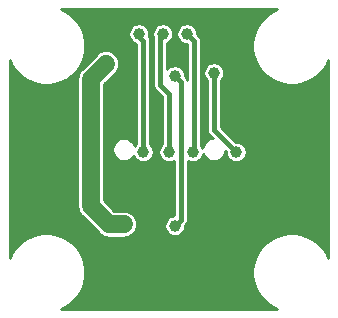
<source format=gbr>
G04 #@! TF.GenerationSoftware,KiCad,Pcbnew,5.1.0-rc2-unknown-036be7d~80~ubuntu16.04.1*
G04 #@! TF.CreationDate,2023-05-22T11:40:45+03:00*
G04 #@! TF.ProjectId,UEXT-PQ_Rev_A,55455854-2d50-4515-9f52-65765f412e6b,A*
G04 #@! TF.SameCoordinates,Original*
G04 #@! TF.FileFunction,Copper,L2,Bot*
G04 #@! TF.FilePolarity,Positive*
%FSLAX46Y46*%
G04 Gerber Fmt 4.6, Leading zero omitted, Abs format (unit mm)*
G04 Created by KiCad (PCBNEW 5.1.0-rc2-unknown-036be7d~80~ubuntu16.04.1) date 2023-05-22 11:40:45*
%MOMM*%
%LPD*%
G04 APERTURE LIST*
%ADD10C,1.000000*%
%ADD11C,0.406400*%
%ADD12C,1.524000*%
%ADD13C,0.254000*%
G04 APERTURE END LIST*
D10*
X84836000Y-138811000D03*
X84455000Y-128778000D03*
X86995000Y-138811000D03*
X86487000Y-128778000D03*
X87503000Y-145034000D03*
X87503000Y-132334000D03*
X89027000Y-138811000D03*
X88519000Y-128778000D03*
X92710000Y-138811000D03*
X90805000Y-132080000D03*
X77978000Y-137033000D03*
X82423000Y-148590000D03*
X91694000Y-148590000D03*
X87122000Y-151384000D03*
X94107000Y-151257000D03*
X79756000Y-151257000D03*
X99441000Y-143764000D03*
X99949000Y-135890000D03*
X96393000Y-138938000D03*
X74422000Y-143764000D03*
X74549000Y-134747000D03*
X77978000Y-139446000D03*
X79629000Y-127254000D03*
X94361000Y-127254000D03*
X87503000Y-127381000D03*
X81915000Y-144907000D03*
X83185000Y-144907000D03*
X81661000Y-131318000D03*
X80391000Y-132588000D03*
D11*
X84455000Y-129032000D02*
X84455000Y-128778000D01*
X84836000Y-129413000D02*
X84455000Y-129032000D01*
X84836000Y-138811000D02*
X84836000Y-129413000D01*
X86233000Y-129032000D02*
X86487000Y-128778000D01*
X86233000Y-133096000D02*
X86233000Y-129032000D01*
X86995000Y-133858000D02*
X86233000Y-133096000D01*
X86995000Y-138811000D02*
X86995000Y-133858000D01*
X88011000Y-144526000D02*
X87503000Y-145034000D01*
X88011000Y-132842000D02*
X88011000Y-144526000D01*
X87503000Y-132334000D02*
X88011000Y-132842000D01*
X89154000Y-129413000D02*
X88519000Y-128778000D01*
X89154000Y-138684000D02*
X89154000Y-129413000D01*
X89027000Y-138811000D02*
X89154000Y-138684000D01*
X90805000Y-136906000D02*
X92710000Y-138811000D01*
X90805000Y-132080000D02*
X90805000Y-136906000D01*
D12*
X80391000Y-132588000D02*
X81661000Y-131318000D01*
X81915000Y-144907000D02*
X83185000Y-144907000D01*
X80391000Y-143383000D02*
X81915000Y-144907000D01*
X80391000Y-132588000D02*
X80391000Y-143383000D01*
D13*
G36*
X95824075Y-126851651D02*
G01*
X95279161Y-127215750D01*
X94815750Y-127679161D01*
X94451651Y-128224075D01*
X94200855Y-128829550D01*
X94073000Y-129472319D01*
X94073000Y-130127681D01*
X94200855Y-130770450D01*
X94451651Y-131375925D01*
X94815750Y-131920839D01*
X95279161Y-132384250D01*
X95824075Y-132748349D01*
X96429550Y-132999145D01*
X97072319Y-133127000D01*
X97727681Y-133127000D01*
X98370450Y-132999145D01*
X98975925Y-132748349D01*
X99520839Y-132384250D01*
X99984250Y-131920839D01*
X100348349Y-131375925D01*
X100492001Y-131029119D01*
X100492000Y-147770879D01*
X100348349Y-147424075D01*
X99984250Y-146879161D01*
X99520839Y-146415750D01*
X98975925Y-146051651D01*
X98370450Y-145800855D01*
X97727681Y-145673000D01*
X97072319Y-145673000D01*
X96429550Y-145800855D01*
X95824075Y-146051651D01*
X95279161Y-146415750D01*
X94815750Y-146879161D01*
X94451651Y-147424075D01*
X94200855Y-148029550D01*
X94073000Y-148672319D01*
X94073000Y-149327681D01*
X94200855Y-149970450D01*
X94451651Y-150575925D01*
X94815750Y-151120839D01*
X95279161Y-151584250D01*
X95824075Y-151948349D01*
X96170879Y-152092000D01*
X77829121Y-152092000D01*
X78175925Y-151948349D01*
X78720839Y-151584250D01*
X79184250Y-151120839D01*
X79548349Y-150575925D01*
X79799145Y-149970450D01*
X79927000Y-149327681D01*
X79927000Y-148672319D01*
X79799145Y-148029550D01*
X79548349Y-147424075D01*
X79184250Y-146879161D01*
X78720839Y-146415750D01*
X78175925Y-146051651D01*
X77570450Y-145800855D01*
X76927681Y-145673000D01*
X76272319Y-145673000D01*
X75629550Y-145800855D01*
X75024075Y-146051651D01*
X74479161Y-146415750D01*
X74015750Y-146879161D01*
X73651651Y-147424075D01*
X73508000Y-147770879D01*
X73508000Y-131029121D01*
X73651651Y-131375925D01*
X74015750Y-131920839D01*
X74479161Y-132384250D01*
X75024075Y-132748349D01*
X75629550Y-132999145D01*
X76272319Y-133127000D01*
X76927681Y-133127000D01*
X77570450Y-132999145D01*
X78175925Y-132748349D01*
X78415904Y-132588000D01*
X79242471Y-132588000D01*
X79248000Y-132644139D01*
X79248001Y-143326851D01*
X79242471Y-143383000D01*
X79264539Y-143607067D01*
X79312145Y-143764000D01*
X79329898Y-143822523D01*
X79436033Y-144021089D01*
X79578868Y-144195133D01*
X79622478Y-144230923D01*
X81067077Y-145675523D01*
X81102867Y-145719133D01*
X81276911Y-145861968D01*
X81475477Y-145968103D01*
X81625574Y-146013635D01*
X81690932Y-146033461D01*
X81713600Y-146035694D01*
X81858854Y-146050000D01*
X81858860Y-146050000D01*
X81914999Y-146055529D01*
X81971138Y-146050000D01*
X83241146Y-146050000D01*
X83409067Y-146033461D01*
X83624523Y-145968103D01*
X83823089Y-145861968D01*
X83997133Y-145719133D01*
X84139968Y-145545089D01*
X84246103Y-145346523D01*
X84311461Y-145131067D01*
X84333530Y-144907000D01*
X84311461Y-144682933D01*
X84246103Y-144467477D01*
X84139968Y-144268911D01*
X83997133Y-144094867D01*
X83823089Y-143952032D01*
X83624523Y-143845897D01*
X83409067Y-143780539D01*
X83241146Y-143764000D01*
X82388446Y-143764000D01*
X81534000Y-142909555D01*
X81534000Y-138503380D01*
X82209000Y-138503380D01*
X82209000Y-138696620D01*
X82246699Y-138886147D01*
X82320649Y-139064678D01*
X82428007Y-139225351D01*
X82564649Y-139361993D01*
X82725322Y-139469351D01*
X82903853Y-139543301D01*
X83093380Y-139581000D01*
X83286620Y-139581000D01*
X83476147Y-139543301D01*
X83654678Y-139469351D01*
X83815351Y-139361993D01*
X83951993Y-139225351D01*
X84014990Y-139131070D01*
X84055268Y-139228310D01*
X84151682Y-139372605D01*
X84274395Y-139495318D01*
X84418690Y-139591732D01*
X84579022Y-139658144D01*
X84749229Y-139692000D01*
X84922771Y-139692000D01*
X85092978Y-139658144D01*
X85253310Y-139591732D01*
X85397605Y-139495318D01*
X85520318Y-139372605D01*
X85616732Y-139228310D01*
X85683144Y-139067978D01*
X85717000Y-138897771D01*
X85717000Y-138724229D01*
X85683144Y-138554022D01*
X85616732Y-138393690D01*
X85520318Y-138249395D01*
X85420200Y-138149277D01*
X85420200Y-129441681D01*
X85423025Y-129412999D01*
X85420200Y-129384317D01*
X85420200Y-129384308D01*
X85411746Y-129298477D01*
X85378341Y-129188355D01*
X85324094Y-129086866D01*
X85295223Y-129051687D01*
X85302144Y-129034978D01*
X85336000Y-128864771D01*
X85336000Y-128691229D01*
X85606000Y-128691229D01*
X85606000Y-128864771D01*
X85639856Y-129034978D01*
X85648269Y-129055288D01*
X85648801Y-129060691D01*
X85648800Y-133067316D01*
X85645975Y-133096000D01*
X85648800Y-133124684D01*
X85648800Y-133124691D01*
X85656190Y-133199717D01*
X85657254Y-133210523D01*
X85689147Y-133315659D01*
X85690659Y-133320644D01*
X85744906Y-133422133D01*
X85817910Y-133511090D01*
X85840199Y-133529382D01*
X86410801Y-134099985D01*
X86410800Y-138149277D01*
X86310682Y-138249395D01*
X86214268Y-138393690D01*
X86147856Y-138554022D01*
X86114000Y-138724229D01*
X86114000Y-138897771D01*
X86147856Y-139067978D01*
X86214268Y-139228310D01*
X86310682Y-139372605D01*
X86433395Y-139495318D01*
X86577690Y-139591732D01*
X86738022Y-139658144D01*
X86908229Y-139692000D01*
X87081771Y-139692000D01*
X87251978Y-139658144D01*
X87412310Y-139591732D01*
X87426801Y-139582050D01*
X87426801Y-144153000D01*
X87416229Y-144153000D01*
X87246022Y-144186856D01*
X87085690Y-144253268D01*
X86941395Y-144349682D01*
X86818682Y-144472395D01*
X86722268Y-144616690D01*
X86655856Y-144777022D01*
X86622000Y-144947229D01*
X86622000Y-145120771D01*
X86655856Y-145290978D01*
X86722268Y-145451310D01*
X86818682Y-145595605D01*
X86941395Y-145718318D01*
X87085690Y-145814732D01*
X87246022Y-145881144D01*
X87416229Y-145915000D01*
X87589771Y-145915000D01*
X87759978Y-145881144D01*
X87920310Y-145814732D01*
X88064605Y-145718318D01*
X88187318Y-145595605D01*
X88283732Y-145451310D01*
X88350144Y-145290978D01*
X88384000Y-145120771D01*
X88384000Y-144979183D01*
X88403801Y-144959382D01*
X88426090Y-144941090D01*
X88499094Y-144852134D01*
X88553341Y-144750645D01*
X88586746Y-144640523D01*
X88595200Y-144554692D01*
X88595200Y-144554683D01*
X88598025Y-144526001D01*
X88595200Y-144497319D01*
X88595200Y-139582050D01*
X88609690Y-139591732D01*
X88770022Y-139658144D01*
X88940229Y-139692000D01*
X89113771Y-139692000D01*
X89283978Y-139658144D01*
X89444310Y-139591732D01*
X89588605Y-139495318D01*
X89711318Y-139372605D01*
X89807732Y-139228310D01*
X89874144Y-139067978D01*
X89896163Y-138957280D01*
X89940649Y-139064678D01*
X90048007Y-139225351D01*
X90184649Y-139361993D01*
X90345322Y-139469351D01*
X90523853Y-139543301D01*
X90713380Y-139581000D01*
X90906620Y-139581000D01*
X91096147Y-139543301D01*
X91274678Y-139469351D01*
X91435351Y-139361993D01*
X91571993Y-139225351D01*
X91679351Y-139064678D01*
X91753301Y-138886147D01*
X91787422Y-138714606D01*
X91829000Y-138756184D01*
X91829000Y-138897771D01*
X91862856Y-139067978D01*
X91929268Y-139228310D01*
X92025682Y-139372605D01*
X92148395Y-139495318D01*
X92292690Y-139591732D01*
X92453022Y-139658144D01*
X92623229Y-139692000D01*
X92796771Y-139692000D01*
X92966978Y-139658144D01*
X93127310Y-139591732D01*
X93271605Y-139495318D01*
X93394318Y-139372605D01*
X93490732Y-139228310D01*
X93557144Y-139067978D01*
X93591000Y-138897771D01*
X93591000Y-138724229D01*
X93557144Y-138554022D01*
X93490732Y-138393690D01*
X93394318Y-138249395D01*
X93271605Y-138126682D01*
X93127310Y-138030268D01*
X92966978Y-137963856D01*
X92796771Y-137930000D01*
X92655184Y-137930000D01*
X91389200Y-136664017D01*
X91389200Y-132741723D01*
X91489318Y-132641605D01*
X91585732Y-132497310D01*
X91652144Y-132336978D01*
X91686000Y-132166771D01*
X91686000Y-131993229D01*
X91652144Y-131823022D01*
X91585732Y-131662690D01*
X91489318Y-131518395D01*
X91366605Y-131395682D01*
X91222310Y-131299268D01*
X91061978Y-131232856D01*
X90891771Y-131199000D01*
X90718229Y-131199000D01*
X90548022Y-131232856D01*
X90387690Y-131299268D01*
X90243395Y-131395682D01*
X90120682Y-131518395D01*
X90024268Y-131662690D01*
X89957856Y-131823022D01*
X89924000Y-131993229D01*
X89924000Y-132166771D01*
X89957856Y-132336978D01*
X90024268Y-132497310D01*
X90120682Y-132641605D01*
X90220800Y-132741723D01*
X90220801Y-136877306D01*
X90217975Y-136906000D01*
X90229254Y-137020523D01*
X90262659Y-137130644D01*
X90262660Y-137130645D01*
X90316907Y-137232134D01*
X90348345Y-137270442D01*
X90371620Y-137298803D01*
X90371623Y-137298806D01*
X90389911Y-137321090D01*
X90412194Y-137339378D01*
X90695394Y-137622578D01*
X90523853Y-137656699D01*
X90345322Y-137730649D01*
X90184649Y-137838007D01*
X90048007Y-137974649D01*
X89940649Y-138135322D01*
X89866699Y-138313853D01*
X89836840Y-138463964D01*
X89807732Y-138393690D01*
X89738200Y-138289627D01*
X89738200Y-129441692D01*
X89741026Y-129413000D01*
X89729746Y-129298477D01*
X89696341Y-129188355D01*
X89642094Y-129086866D01*
X89587380Y-129020196D01*
X89587378Y-129020194D01*
X89569090Y-128997910D01*
X89546806Y-128979622D01*
X89400000Y-128832816D01*
X89400000Y-128691229D01*
X89366144Y-128521022D01*
X89299732Y-128360690D01*
X89203318Y-128216395D01*
X89080605Y-128093682D01*
X88936310Y-127997268D01*
X88775978Y-127930856D01*
X88605771Y-127897000D01*
X88432229Y-127897000D01*
X88262022Y-127930856D01*
X88101690Y-127997268D01*
X87957395Y-128093682D01*
X87834682Y-128216395D01*
X87738268Y-128360690D01*
X87671856Y-128521022D01*
X87638000Y-128691229D01*
X87638000Y-128864771D01*
X87671856Y-129034978D01*
X87738268Y-129195310D01*
X87834682Y-129339605D01*
X87957395Y-129462318D01*
X88101690Y-129558732D01*
X88262022Y-129625144D01*
X88432229Y-129659000D01*
X88569801Y-129659000D01*
X88569801Y-132671615D01*
X88553341Y-132617355D01*
X88499094Y-132515866D01*
X88426090Y-132426910D01*
X88403802Y-132408619D01*
X88384000Y-132388817D01*
X88384000Y-132247229D01*
X88350144Y-132077022D01*
X88283732Y-131916690D01*
X88187318Y-131772395D01*
X88064605Y-131649682D01*
X87920310Y-131553268D01*
X87759978Y-131486856D01*
X87589771Y-131453000D01*
X87416229Y-131453000D01*
X87246022Y-131486856D01*
X87085690Y-131553268D01*
X86941395Y-131649682D01*
X86818682Y-131772395D01*
X86817200Y-131774613D01*
X86817200Y-129594814D01*
X86904310Y-129558732D01*
X87048605Y-129462318D01*
X87171318Y-129339605D01*
X87267732Y-129195310D01*
X87334144Y-129034978D01*
X87368000Y-128864771D01*
X87368000Y-128691229D01*
X87334144Y-128521022D01*
X87267732Y-128360690D01*
X87171318Y-128216395D01*
X87048605Y-128093682D01*
X86904310Y-127997268D01*
X86743978Y-127930856D01*
X86573771Y-127897000D01*
X86400229Y-127897000D01*
X86230022Y-127930856D01*
X86069690Y-127997268D01*
X85925395Y-128093682D01*
X85802682Y-128216395D01*
X85706268Y-128360690D01*
X85639856Y-128521022D01*
X85606000Y-128691229D01*
X85336000Y-128691229D01*
X85302144Y-128521022D01*
X85235732Y-128360690D01*
X85139318Y-128216395D01*
X85016605Y-128093682D01*
X84872310Y-127997268D01*
X84711978Y-127930856D01*
X84541771Y-127897000D01*
X84368229Y-127897000D01*
X84198022Y-127930856D01*
X84037690Y-127997268D01*
X83893395Y-128093682D01*
X83770682Y-128216395D01*
X83674268Y-128360690D01*
X83607856Y-128521022D01*
X83574000Y-128691229D01*
X83574000Y-128864771D01*
X83607856Y-129034978D01*
X83674268Y-129195310D01*
X83770682Y-129339605D01*
X83893395Y-129462318D01*
X84037690Y-129558732D01*
X84198022Y-129625144D01*
X84227906Y-129631088D01*
X84251801Y-129654983D01*
X84251800Y-138149277D01*
X84151682Y-138249395D01*
X84123853Y-138291044D01*
X84059351Y-138135322D01*
X83951993Y-137974649D01*
X83815351Y-137838007D01*
X83654678Y-137730649D01*
X83476147Y-137656699D01*
X83286620Y-137619000D01*
X83093380Y-137619000D01*
X82903853Y-137656699D01*
X82725322Y-137730649D01*
X82564649Y-137838007D01*
X82428007Y-137974649D01*
X82320649Y-138135322D01*
X82246699Y-138313853D01*
X82209000Y-138503380D01*
X81534000Y-138503380D01*
X81534000Y-133061445D01*
X82508924Y-132086522D01*
X82615967Y-131956090D01*
X82722102Y-131757524D01*
X82787461Y-131542068D01*
X82809529Y-131318001D01*
X82787461Y-131093933D01*
X82722102Y-130878477D01*
X82615967Y-130679912D01*
X82473133Y-130505867D01*
X82299088Y-130363033D01*
X82100523Y-130256898D01*
X81885067Y-130191539D01*
X81660999Y-130169471D01*
X81436932Y-130191539D01*
X81221476Y-130256898D01*
X81022910Y-130363033D01*
X80892478Y-130470076D01*
X79622482Y-131740073D01*
X79578867Y-131775867D01*
X79436032Y-131949912D01*
X79329897Y-132148478D01*
X79264539Y-132363934D01*
X79248000Y-132531855D01*
X79248000Y-132531861D01*
X79242471Y-132588000D01*
X78415904Y-132588000D01*
X78720839Y-132384250D01*
X79184250Y-131920839D01*
X79548349Y-131375925D01*
X79799145Y-130770450D01*
X79927000Y-130127681D01*
X79927000Y-129472319D01*
X79799145Y-128829550D01*
X79548349Y-128224075D01*
X79184250Y-127679161D01*
X78720839Y-127215750D01*
X78175925Y-126851651D01*
X77829121Y-126708000D01*
X96170879Y-126708000D01*
X95824075Y-126851651D01*
X95824075Y-126851651D01*
G37*
X95824075Y-126851651D02*
X95279161Y-127215750D01*
X94815750Y-127679161D01*
X94451651Y-128224075D01*
X94200855Y-128829550D01*
X94073000Y-129472319D01*
X94073000Y-130127681D01*
X94200855Y-130770450D01*
X94451651Y-131375925D01*
X94815750Y-131920839D01*
X95279161Y-132384250D01*
X95824075Y-132748349D01*
X96429550Y-132999145D01*
X97072319Y-133127000D01*
X97727681Y-133127000D01*
X98370450Y-132999145D01*
X98975925Y-132748349D01*
X99520839Y-132384250D01*
X99984250Y-131920839D01*
X100348349Y-131375925D01*
X100492001Y-131029119D01*
X100492000Y-147770879D01*
X100348349Y-147424075D01*
X99984250Y-146879161D01*
X99520839Y-146415750D01*
X98975925Y-146051651D01*
X98370450Y-145800855D01*
X97727681Y-145673000D01*
X97072319Y-145673000D01*
X96429550Y-145800855D01*
X95824075Y-146051651D01*
X95279161Y-146415750D01*
X94815750Y-146879161D01*
X94451651Y-147424075D01*
X94200855Y-148029550D01*
X94073000Y-148672319D01*
X94073000Y-149327681D01*
X94200855Y-149970450D01*
X94451651Y-150575925D01*
X94815750Y-151120839D01*
X95279161Y-151584250D01*
X95824075Y-151948349D01*
X96170879Y-152092000D01*
X77829121Y-152092000D01*
X78175925Y-151948349D01*
X78720839Y-151584250D01*
X79184250Y-151120839D01*
X79548349Y-150575925D01*
X79799145Y-149970450D01*
X79927000Y-149327681D01*
X79927000Y-148672319D01*
X79799145Y-148029550D01*
X79548349Y-147424075D01*
X79184250Y-146879161D01*
X78720839Y-146415750D01*
X78175925Y-146051651D01*
X77570450Y-145800855D01*
X76927681Y-145673000D01*
X76272319Y-145673000D01*
X75629550Y-145800855D01*
X75024075Y-146051651D01*
X74479161Y-146415750D01*
X74015750Y-146879161D01*
X73651651Y-147424075D01*
X73508000Y-147770879D01*
X73508000Y-131029121D01*
X73651651Y-131375925D01*
X74015750Y-131920839D01*
X74479161Y-132384250D01*
X75024075Y-132748349D01*
X75629550Y-132999145D01*
X76272319Y-133127000D01*
X76927681Y-133127000D01*
X77570450Y-132999145D01*
X78175925Y-132748349D01*
X78415904Y-132588000D01*
X79242471Y-132588000D01*
X79248000Y-132644139D01*
X79248001Y-143326851D01*
X79242471Y-143383000D01*
X79264539Y-143607067D01*
X79312145Y-143764000D01*
X79329898Y-143822523D01*
X79436033Y-144021089D01*
X79578868Y-144195133D01*
X79622478Y-144230923D01*
X81067077Y-145675523D01*
X81102867Y-145719133D01*
X81276911Y-145861968D01*
X81475477Y-145968103D01*
X81625574Y-146013635D01*
X81690932Y-146033461D01*
X81713600Y-146035694D01*
X81858854Y-146050000D01*
X81858860Y-146050000D01*
X81914999Y-146055529D01*
X81971138Y-146050000D01*
X83241146Y-146050000D01*
X83409067Y-146033461D01*
X83624523Y-145968103D01*
X83823089Y-145861968D01*
X83997133Y-145719133D01*
X84139968Y-145545089D01*
X84246103Y-145346523D01*
X84311461Y-145131067D01*
X84333530Y-144907000D01*
X84311461Y-144682933D01*
X84246103Y-144467477D01*
X84139968Y-144268911D01*
X83997133Y-144094867D01*
X83823089Y-143952032D01*
X83624523Y-143845897D01*
X83409067Y-143780539D01*
X83241146Y-143764000D01*
X82388446Y-143764000D01*
X81534000Y-142909555D01*
X81534000Y-138503380D01*
X82209000Y-138503380D01*
X82209000Y-138696620D01*
X82246699Y-138886147D01*
X82320649Y-139064678D01*
X82428007Y-139225351D01*
X82564649Y-139361993D01*
X82725322Y-139469351D01*
X82903853Y-139543301D01*
X83093380Y-139581000D01*
X83286620Y-139581000D01*
X83476147Y-139543301D01*
X83654678Y-139469351D01*
X83815351Y-139361993D01*
X83951993Y-139225351D01*
X84014990Y-139131070D01*
X84055268Y-139228310D01*
X84151682Y-139372605D01*
X84274395Y-139495318D01*
X84418690Y-139591732D01*
X84579022Y-139658144D01*
X84749229Y-139692000D01*
X84922771Y-139692000D01*
X85092978Y-139658144D01*
X85253310Y-139591732D01*
X85397605Y-139495318D01*
X85520318Y-139372605D01*
X85616732Y-139228310D01*
X85683144Y-139067978D01*
X85717000Y-138897771D01*
X85717000Y-138724229D01*
X85683144Y-138554022D01*
X85616732Y-138393690D01*
X85520318Y-138249395D01*
X85420200Y-138149277D01*
X85420200Y-129441681D01*
X85423025Y-129412999D01*
X85420200Y-129384317D01*
X85420200Y-129384308D01*
X85411746Y-129298477D01*
X85378341Y-129188355D01*
X85324094Y-129086866D01*
X85295223Y-129051687D01*
X85302144Y-129034978D01*
X85336000Y-128864771D01*
X85336000Y-128691229D01*
X85606000Y-128691229D01*
X85606000Y-128864771D01*
X85639856Y-129034978D01*
X85648269Y-129055288D01*
X85648801Y-129060691D01*
X85648800Y-133067316D01*
X85645975Y-133096000D01*
X85648800Y-133124684D01*
X85648800Y-133124691D01*
X85656190Y-133199717D01*
X85657254Y-133210523D01*
X85689147Y-133315659D01*
X85690659Y-133320644D01*
X85744906Y-133422133D01*
X85817910Y-133511090D01*
X85840199Y-133529382D01*
X86410801Y-134099985D01*
X86410800Y-138149277D01*
X86310682Y-138249395D01*
X86214268Y-138393690D01*
X86147856Y-138554022D01*
X86114000Y-138724229D01*
X86114000Y-138897771D01*
X86147856Y-139067978D01*
X86214268Y-139228310D01*
X86310682Y-139372605D01*
X86433395Y-139495318D01*
X86577690Y-139591732D01*
X86738022Y-139658144D01*
X86908229Y-139692000D01*
X87081771Y-139692000D01*
X87251978Y-139658144D01*
X87412310Y-139591732D01*
X87426801Y-139582050D01*
X87426801Y-144153000D01*
X87416229Y-144153000D01*
X87246022Y-144186856D01*
X87085690Y-144253268D01*
X86941395Y-144349682D01*
X86818682Y-144472395D01*
X86722268Y-144616690D01*
X86655856Y-144777022D01*
X86622000Y-144947229D01*
X86622000Y-145120771D01*
X86655856Y-145290978D01*
X86722268Y-145451310D01*
X86818682Y-145595605D01*
X86941395Y-145718318D01*
X87085690Y-145814732D01*
X87246022Y-145881144D01*
X87416229Y-145915000D01*
X87589771Y-145915000D01*
X87759978Y-145881144D01*
X87920310Y-145814732D01*
X88064605Y-145718318D01*
X88187318Y-145595605D01*
X88283732Y-145451310D01*
X88350144Y-145290978D01*
X88384000Y-145120771D01*
X88384000Y-144979183D01*
X88403801Y-144959382D01*
X88426090Y-144941090D01*
X88499094Y-144852134D01*
X88553341Y-144750645D01*
X88586746Y-144640523D01*
X88595200Y-144554692D01*
X88595200Y-144554683D01*
X88598025Y-144526001D01*
X88595200Y-144497319D01*
X88595200Y-139582050D01*
X88609690Y-139591732D01*
X88770022Y-139658144D01*
X88940229Y-139692000D01*
X89113771Y-139692000D01*
X89283978Y-139658144D01*
X89444310Y-139591732D01*
X89588605Y-139495318D01*
X89711318Y-139372605D01*
X89807732Y-139228310D01*
X89874144Y-139067978D01*
X89896163Y-138957280D01*
X89940649Y-139064678D01*
X90048007Y-139225351D01*
X90184649Y-139361993D01*
X90345322Y-139469351D01*
X90523853Y-139543301D01*
X90713380Y-139581000D01*
X90906620Y-139581000D01*
X91096147Y-139543301D01*
X91274678Y-139469351D01*
X91435351Y-139361993D01*
X91571993Y-139225351D01*
X91679351Y-139064678D01*
X91753301Y-138886147D01*
X91787422Y-138714606D01*
X91829000Y-138756184D01*
X91829000Y-138897771D01*
X91862856Y-139067978D01*
X91929268Y-139228310D01*
X92025682Y-139372605D01*
X92148395Y-139495318D01*
X92292690Y-139591732D01*
X92453022Y-139658144D01*
X92623229Y-139692000D01*
X92796771Y-139692000D01*
X92966978Y-139658144D01*
X93127310Y-139591732D01*
X93271605Y-139495318D01*
X93394318Y-139372605D01*
X93490732Y-139228310D01*
X93557144Y-139067978D01*
X93591000Y-138897771D01*
X93591000Y-138724229D01*
X93557144Y-138554022D01*
X93490732Y-138393690D01*
X93394318Y-138249395D01*
X93271605Y-138126682D01*
X93127310Y-138030268D01*
X92966978Y-137963856D01*
X92796771Y-137930000D01*
X92655184Y-137930000D01*
X91389200Y-136664017D01*
X91389200Y-132741723D01*
X91489318Y-132641605D01*
X91585732Y-132497310D01*
X91652144Y-132336978D01*
X91686000Y-132166771D01*
X91686000Y-131993229D01*
X91652144Y-131823022D01*
X91585732Y-131662690D01*
X91489318Y-131518395D01*
X91366605Y-131395682D01*
X91222310Y-131299268D01*
X91061978Y-131232856D01*
X90891771Y-131199000D01*
X90718229Y-131199000D01*
X90548022Y-131232856D01*
X90387690Y-131299268D01*
X90243395Y-131395682D01*
X90120682Y-131518395D01*
X90024268Y-131662690D01*
X89957856Y-131823022D01*
X89924000Y-131993229D01*
X89924000Y-132166771D01*
X89957856Y-132336978D01*
X90024268Y-132497310D01*
X90120682Y-132641605D01*
X90220800Y-132741723D01*
X90220801Y-136877306D01*
X90217975Y-136906000D01*
X90229254Y-137020523D01*
X90262659Y-137130644D01*
X90262660Y-137130645D01*
X90316907Y-137232134D01*
X90348345Y-137270442D01*
X90371620Y-137298803D01*
X90371623Y-137298806D01*
X90389911Y-137321090D01*
X90412194Y-137339378D01*
X90695394Y-137622578D01*
X90523853Y-137656699D01*
X90345322Y-137730649D01*
X90184649Y-137838007D01*
X90048007Y-137974649D01*
X89940649Y-138135322D01*
X89866699Y-138313853D01*
X89836840Y-138463964D01*
X89807732Y-138393690D01*
X89738200Y-138289627D01*
X89738200Y-129441692D01*
X89741026Y-129413000D01*
X89729746Y-129298477D01*
X89696341Y-129188355D01*
X89642094Y-129086866D01*
X89587380Y-129020196D01*
X89587378Y-129020194D01*
X89569090Y-128997910D01*
X89546806Y-128979622D01*
X89400000Y-128832816D01*
X89400000Y-128691229D01*
X89366144Y-128521022D01*
X89299732Y-128360690D01*
X89203318Y-128216395D01*
X89080605Y-128093682D01*
X88936310Y-127997268D01*
X88775978Y-127930856D01*
X88605771Y-127897000D01*
X88432229Y-127897000D01*
X88262022Y-127930856D01*
X88101690Y-127997268D01*
X87957395Y-128093682D01*
X87834682Y-128216395D01*
X87738268Y-128360690D01*
X87671856Y-128521022D01*
X87638000Y-128691229D01*
X87638000Y-128864771D01*
X87671856Y-129034978D01*
X87738268Y-129195310D01*
X87834682Y-129339605D01*
X87957395Y-129462318D01*
X88101690Y-129558732D01*
X88262022Y-129625144D01*
X88432229Y-129659000D01*
X88569801Y-129659000D01*
X88569801Y-132671615D01*
X88553341Y-132617355D01*
X88499094Y-132515866D01*
X88426090Y-132426910D01*
X88403802Y-132408619D01*
X88384000Y-132388817D01*
X88384000Y-132247229D01*
X88350144Y-132077022D01*
X88283732Y-131916690D01*
X88187318Y-131772395D01*
X88064605Y-131649682D01*
X87920310Y-131553268D01*
X87759978Y-131486856D01*
X87589771Y-131453000D01*
X87416229Y-131453000D01*
X87246022Y-131486856D01*
X87085690Y-131553268D01*
X86941395Y-131649682D01*
X86818682Y-131772395D01*
X86817200Y-131774613D01*
X86817200Y-129594814D01*
X86904310Y-129558732D01*
X87048605Y-129462318D01*
X87171318Y-129339605D01*
X87267732Y-129195310D01*
X87334144Y-129034978D01*
X87368000Y-128864771D01*
X87368000Y-128691229D01*
X87334144Y-128521022D01*
X87267732Y-128360690D01*
X87171318Y-128216395D01*
X87048605Y-128093682D01*
X86904310Y-127997268D01*
X86743978Y-127930856D01*
X86573771Y-127897000D01*
X86400229Y-127897000D01*
X86230022Y-127930856D01*
X86069690Y-127997268D01*
X85925395Y-128093682D01*
X85802682Y-128216395D01*
X85706268Y-128360690D01*
X85639856Y-128521022D01*
X85606000Y-128691229D01*
X85336000Y-128691229D01*
X85302144Y-128521022D01*
X85235732Y-128360690D01*
X85139318Y-128216395D01*
X85016605Y-128093682D01*
X84872310Y-127997268D01*
X84711978Y-127930856D01*
X84541771Y-127897000D01*
X84368229Y-127897000D01*
X84198022Y-127930856D01*
X84037690Y-127997268D01*
X83893395Y-128093682D01*
X83770682Y-128216395D01*
X83674268Y-128360690D01*
X83607856Y-128521022D01*
X83574000Y-128691229D01*
X83574000Y-128864771D01*
X83607856Y-129034978D01*
X83674268Y-129195310D01*
X83770682Y-129339605D01*
X83893395Y-129462318D01*
X84037690Y-129558732D01*
X84198022Y-129625144D01*
X84227906Y-129631088D01*
X84251801Y-129654983D01*
X84251800Y-138149277D01*
X84151682Y-138249395D01*
X84123853Y-138291044D01*
X84059351Y-138135322D01*
X83951993Y-137974649D01*
X83815351Y-137838007D01*
X83654678Y-137730649D01*
X83476147Y-137656699D01*
X83286620Y-137619000D01*
X83093380Y-137619000D01*
X82903853Y-137656699D01*
X82725322Y-137730649D01*
X82564649Y-137838007D01*
X82428007Y-137974649D01*
X82320649Y-138135322D01*
X82246699Y-138313853D01*
X82209000Y-138503380D01*
X81534000Y-138503380D01*
X81534000Y-133061445D01*
X82508924Y-132086522D01*
X82615967Y-131956090D01*
X82722102Y-131757524D01*
X82787461Y-131542068D01*
X82809529Y-131318001D01*
X82787461Y-131093933D01*
X82722102Y-130878477D01*
X82615967Y-130679912D01*
X82473133Y-130505867D01*
X82299088Y-130363033D01*
X82100523Y-130256898D01*
X81885067Y-130191539D01*
X81660999Y-130169471D01*
X81436932Y-130191539D01*
X81221476Y-130256898D01*
X81022910Y-130363033D01*
X80892478Y-130470076D01*
X79622482Y-131740073D01*
X79578867Y-131775867D01*
X79436032Y-131949912D01*
X79329897Y-132148478D01*
X79264539Y-132363934D01*
X79248000Y-132531855D01*
X79248000Y-132531861D01*
X79242471Y-132588000D01*
X78415904Y-132588000D01*
X78720839Y-132384250D01*
X79184250Y-131920839D01*
X79548349Y-131375925D01*
X79799145Y-130770450D01*
X79927000Y-130127681D01*
X79927000Y-129472319D01*
X79799145Y-128829550D01*
X79548349Y-128224075D01*
X79184250Y-127679161D01*
X78720839Y-127215750D01*
X78175925Y-126851651D01*
X77829121Y-126708000D01*
X96170879Y-126708000D01*
X95824075Y-126851651D01*
M02*

</source>
